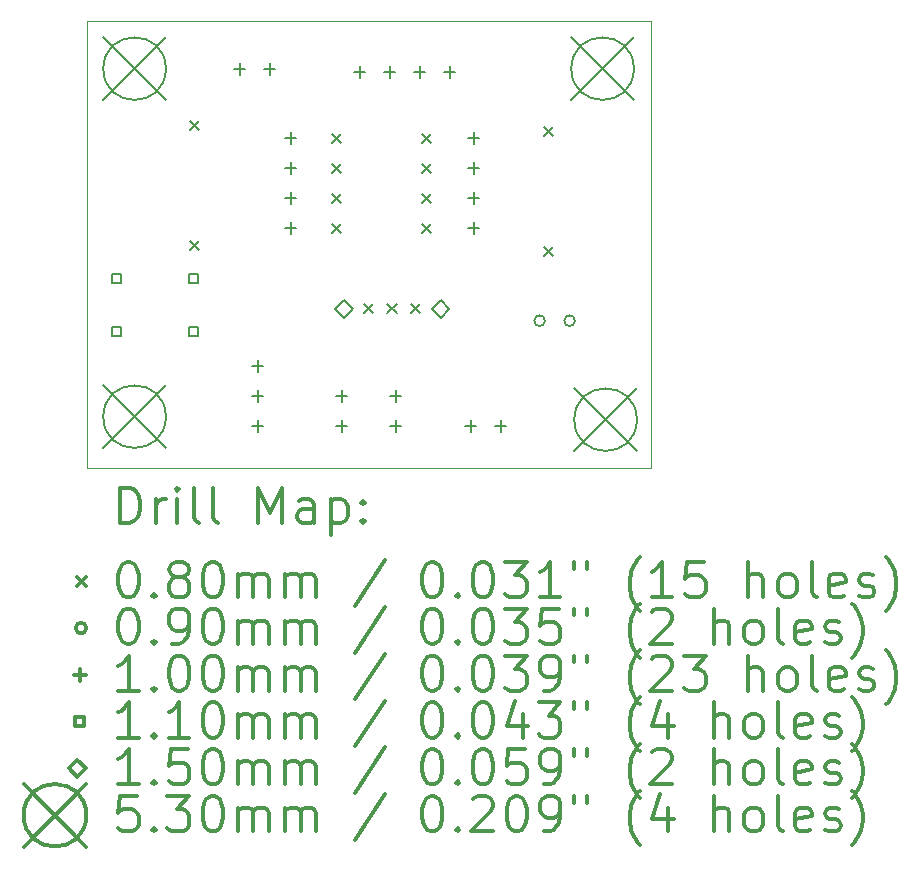
<source format=gbr>
%FSLAX45Y45*%
G04 Gerber Fmt 4.5, Leading zero omitted, Abs format (unit mm)*
G04 Created by KiCad (PCBNEW (5.1.6)-1) date 2020-12-09 22:38:34*
%MOMM*%
%LPD*%
G01*
G04 APERTURE LIST*
%TA.AperFunction,Profile*%
%ADD10C,0.050000*%
%TD*%
%ADD11C,0.200000*%
%ADD12C,0.300000*%
G04 APERTURE END LIST*
D10*
X4775200Y0D02*
X0Y0D01*
X4775200Y3784600D02*
X4775200Y0D01*
X0Y3784600D02*
X4775200Y3784600D01*
X0Y0D02*
X0Y3784600D01*
D11*
X2074800Y2826200D02*
X2154800Y2746200D01*
X2154800Y2826200D02*
X2074800Y2746200D01*
X2074800Y2572200D02*
X2154800Y2492200D01*
X2154800Y2572200D02*
X2074800Y2492200D01*
X2074800Y2318200D02*
X2154800Y2238200D01*
X2154800Y2318200D02*
X2074800Y2238200D01*
X2074800Y2064200D02*
X2154800Y1984200D01*
X2154800Y2064200D02*
X2074800Y1984200D01*
X2836800Y2826200D02*
X2916800Y2746200D01*
X2916800Y2826200D02*
X2836800Y2746200D01*
X2836800Y2572200D02*
X2916800Y2492200D01*
X2916800Y2572200D02*
X2836800Y2492200D01*
X2836800Y2318200D02*
X2916800Y2238200D01*
X2916800Y2318200D02*
X2836800Y2238200D01*
X2836800Y2064200D02*
X2916800Y1984200D01*
X2916800Y2064200D02*
X2836800Y1984200D01*
X3871600Y2884800D02*
X3951600Y2804800D01*
X3951600Y2884800D02*
X3871600Y2804800D01*
X3871600Y1868800D02*
X3951600Y1788800D01*
X3951600Y1868800D02*
X3871600Y1788800D01*
X874400Y2935600D02*
X954400Y2855600D01*
X954400Y2935600D02*
X874400Y2855600D01*
X874400Y1919600D02*
X954400Y1839600D01*
X954400Y1919600D02*
X874400Y1839600D01*
X2347200Y1386200D02*
X2427200Y1306200D01*
X2427200Y1386200D02*
X2347200Y1306200D01*
X2547200Y1386200D02*
X2627200Y1306200D01*
X2627200Y1386200D02*
X2547200Y1306200D01*
X2747200Y1386200D02*
X2827200Y1306200D01*
X2827200Y1386200D02*
X2747200Y1306200D01*
X3880400Y1244600D02*
G75*
G03*
X3880400Y1244600I-45000J0D01*
G01*
X4134400Y1244600D02*
G75*
G03*
X4134400Y1244600I-45000J0D01*
G01*
X2616200Y659600D02*
X2616200Y559600D01*
X2566200Y609600D02*
X2666200Y609600D01*
X2616200Y405600D02*
X2616200Y305600D01*
X2566200Y355600D02*
X2666200Y355600D01*
X1447800Y913600D02*
X1447800Y813600D01*
X1397800Y863600D02*
X1497800Y863600D01*
X1447800Y659600D02*
X1447800Y559600D01*
X1397800Y609600D02*
X1497800Y609600D01*
X1447800Y405600D02*
X1447800Y305600D01*
X1397800Y355600D02*
X1497800Y355600D01*
X3251200Y405600D02*
X3251200Y305600D01*
X3201200Y355600D02*
X3301200Y355600D01*
X3505200Y405600D02*
X3505200Y305600D01*
X3455200Y355600D02*
X3555200Y355600D01*
X1295400Y3428200D02*
X1295400Y3328200D01*
X1245400Y3378200D02*
X1345400Y3378200D01*
X1549400Y3428200D02*
X1549400Y3328200D01*
X1499400Y3378200D02*
X1599400Y3378200D01*
X2311400Y3402800D02*
X2311400Y3302800D01*
X2261400Y3352800D02*
X2361400Y3352800D01*
X2565400Y3402800D02*
X2565400Y3302800D01*
X2515400Y3352800D02*
X2615400Y3352800D01*
X2819400Y3402800D02*
X2819400Y3302800D01*
X2769400Y3352800D02*
X2869400Y3352800D01*
X3073400Y3402800D02*
X3073400Y3302800D01*
X3023400Y3352800D02*
X3123400Y3352800D01*
X3276600Y2844000D02*
X3276600Y2744000D01*
X3226600Y2794000D02*
X3326600Y2794000D01*
X3276600Y2590000D02*
X3276600Y2490000D01*
X3226600Y2540000D02*
X3326600Y2540000D01*
X3276600Y2336000D02*
X3276600Y2236000D01*
X3226600Y2286000D02*
X3326600Y2286000D01*
X3276600Y2082000D02*
X3276600Y1982000D01*
X3226600Y2032000D02*
X3326600Y2032000D01*
X1727200Y2844000D02*
X1727200Y2744000D01*
X1677200Y2794000D02*
X1777200Y2794000D01*
X1727200Y2590000D02*
X1727200Y2490000D01*
X1677200Y2540000D02*
X1777200Y2540000D01*
X1727200Y2336000D02*
X1727200Y2236000D01*
X1677200Y2286000D02*
X1777200Y2286000D01*
X1727200Y2082000D02*
X1727200Y1982000D01*
X1677200Y2032000D02*
X1777200Y2032000D01*
X2159000Y659600D02*
X2159000Y559600D01*
X2109000Y609600D02*
X2209000Y609600D01*
X2159000Y405600D02*
X2159000Y305600D01*
X2109000Y355600D02*
X2209000Y355600D01*
X292891Y1561309D02*
X292891Y1639091D01*
X215109Y1639091D01*
X215109Y1561309D01*
X292891Y1561309D01*
X292891Y1111309D02*
X292891Y1189091D01*
X215109Y1189091D01*
X215109Y1111309D01*
X292891Y1111309D01*
X942891Y1561309D02*
X942891Y1639091D01*
X865109Y1639091D01*
X865109Y1561309D01*
X942891Y1561309D01*
X942891Y1111309D02*
X942891Y1189091D01*
X865109Y1189091D01*
X865109Y1111309D01*
X942891Y1111309D01*
X2177200Y1271200D02*
X2252200Y1346200D01*
X2177200Y1421200D01*
X2102200Y1346200D01*
X2177200Y1271200D01*
X2997200Y1271200D02*
X3072200Y1346200D01*
X2997200Y1421200D01*
X2922200Y1346200D01*
X2997200Y1271200D01*
X141400Y696800D02*
X671400Y166800D01*
X671400Y696800D02*
X141400Y166800D01*
X671400Y431800D02*
G75*
G03*
X671400Y431800I-265000J0D01*
G01*
X4103800Y3643200D02*
X4633800Y3113200D01*
X4633800Y3643200D02*
X4103800Y3113200D01*
X4633800Y3378200D02*
G75*
G03*
X4633800Y3378200I-265000J0D01*
G01*
X4129200Y671400D02*
X4659200Y141400D01*
X4659200Y671400D02*
X4129200Y141400D01*
X4659200Y406400D02*
G75*
G03*
X4659200Y406400I-265000J0D01*
G01*
X141400Y3643200D02*
X671400Y3113200D01*
X671400Y3643200D02*
X141400Y3113200D01*
X671400Y3378200D02*
G75*
G03*
X671400Y3378200I-265000J0D01*
G01*
D12*
X283928Y-468214D02*
X283928Y-168214D01*
X355357Y-168214D01*
X398214Y-182500D01*
X426786Y-211071D01*
X441071Y-239643D01*
X455357Y-296786D01*
X455357Y-339643D01*
X441071Y-396786D01*
X426786Y-425357D01*
X398214Y-453929D01*
X355357Y-468214D01*
X283928Y-468214D01*
X583928Y-468214D02*
X583928Y-268214D01*
X583928Y-325357D02*
X598214Y-296786D01*
X612500Y-282500D01*
X641071Y-268214D01*
X669643Y-268214D01*
X769643Y-468214D02*
X769643Y-268214D01*
X769643Y-168214D02*
X755357Y-182500D01*
X769643Y-196786D01*
X783928Y-182500D01*
X769643Y-168214D01*
X769643Y-196786D01*
X955357Y-468214D02*
X926786Y-453929D01*
X912500Y-425357D01*
X912500Y-168214D01*
X1112500Y-468214D02*
X1083928Y-453929D01*
X1069643Y-425357D01*
X1069643Y-168214D01*
X1455357Y-468214D02*
X1455357Y-168214D01*
X1555357Y-382500D01*
X1655357Y-168214D01*
X1655357Y-468214D01*
X1926786Y-468214D02*
X1926786Y-311072D01*
X1912500Y-282500D01*
X1883928Y-268214D01*
X1826786Y-268214D01*
X1798214Y-282500D01*
X1926786Y-453929D02*
X1898214Y-468214D01*
X1826786Y-468214D01*
X1798214Y-453929D01*
X1783928Y-425357D01*
X1783928Y-396786D01*
X1798214Y-368214D01*
X1826786Y-353929D01*
X1898214Y-353929D01*
X1926786Y-339643D01*
X2069643Y-268214D02*
X2069643Y-568214D01*
X2069643Y-282500D02*
X2098214Y-268214D01*
X2155357Y-268214D01*
X2183928Y-282500D01*
X2198214Y-296786D01*
X2212500Y-325357D01*
X2212500Y-411071D01*
X2198214Y-439643D01*
X2183928Y-453929D01*
X2155357Y-468214D01*
X2098214Y-468214D01*
X2069643Y-453929D01*
X2341071Y-439643D02*
X2355357Y-453929D01*
X2341071Y-468214D01*
X2326786Y-453929D01*
X2341071Y-439643D01*
X2341071Y-468214D01*
X2341071Y-282500D02*
X2355357Y-296786D01*
X2341071Y-311072D01*
X2326786Y-296786D01*
X2341071Y-282500D01*
X2341071Y-311072D01*
X-82500Y-922500D02*
X-2500Y-1002500D01*
X-2500Y-922500D02*
X-82500Y-1002500D01*
X341071Y-798214D02*
X369643Y-798214D01*
X398214Y-812500D01*
X412500Y-826786D01*
X426786Y-855357D01*
X441071Y-912500D01*
X441071Y-983929D01*
X426786Y-1041071D01*
X412500Y-1069643D01*
X398214Y-1083929D01*
X369643Y-1098214D01*
X341071Y-1098214D01*
X312500Y-1083929D01*
X298214Y-1069643D01*
X283928Y-1041071D01*
X269643Y-983929D01*
X269643Y-912500D01*
X283928Y-855357D01*
X298214Y-826786D01*
X312500Y-812500D01*
X341071Y-798214D01*
X569643Y-1069643D02*
X583928Y-1083929D01*
X569643Y-1098214D01*
X555357Y-1083929D01*
X569643Y-1069643D01*
X569643Y-1098214D01*
X755357Y-926786D02*
X726786Y-912500D01*
X712500Y-898214D01*
X698214Y-869643D01*
X698214Y-855357D01*
X712500Y-826786D01*
X726786Y-812500D01*
X755357Y-798214D01*
X812500Y-798214D01*
X841071Y-812500D01*
X855357Y-826786D01*
X869643Y-855357D01*
X869643Y-869643D01*
X855357Y-898214D01*
X841071Y-912500D01*
X812500Y-926786D01*
X755357Y-926786D01*
X726786Y-941071D01*
X712500Y-955357D01*
X698214Y-983929D01*
X698214Y-1041071D01*
X712500Y-1069643D01*
X726786Y-1083929D01*
X755357Y-1098214D01*
X812500Y-1098214D01*
X841071Y-1083929D01*
X855357Y-1069643D01*
X869643Y-1041071D01*
X869643Y-983929D01*
X855357Y-955357D01*
X841071Y-941071D01*
X812500Y-926786D01*
X1055357Y-798214D02*
X1083928Y-798214D01*
X1112500Y-812500D01*
X1126786Y-826786D01*
X1141071Y-855357D01*
X1155357Y-912500D01*
X1155357Y-983929D01*
X1141071Y-1041071D01*
X1126786Y-1069643D01*
X1112500Y-1083929D01*
X1083928Y-1098214D01*
X1055357Y-1098214D01*
X1026786Y-1083929D01*
X1012500Y-1069643D01*
X998214Y-1041071D01*
X983928Y-983929D01*
X983928Y-912500D01*
X998214Y-855357D01*
X1012500Y-826786D01*
X1026786Y-812500D01*
X1055357Y-798214D01*
X1283928Y-1098214D02*
X1283928Y-898214D01*
X1283928Y-926786D02*
X1298214Y-912500D01*
X1326786Y-898214D01*
X1369643Y-898214D01*
X1398214Y-912500D01*
X1412500Y-941071D01*
X1412500Y-1098214D01*
X1412500Y-941071D02*
X1426786Y-912500D01*
X1455357Y-898214D01*
X1498214Y-898214D01*
X1526786Y-912500D01*
X1541071Y-941071D01*
X1541071Y-1098214D01*
X1683928Y-1098214D02*
X1683928Y-898214D01*
X1683928Y-926786D02*
X1698214Y-912500D01*
X1726786Y-898214D01*
X1769643Y-898214D01*
X1798214Y-912500D01*
X1812500Y-941071D01*
X1812500Y-1098214D01*
X1812500Y-941071D02*
X1826786Y-912500D01*
X1855357Y-898214D01*
X1898214Y-898214D01*
X1926786Y-912500D01*
X1941071Y-941071D01*
X1941071Y-1098214D01*
X2526786Y-783929D02*
X2269643Y-1169643D01*
X2912500Y-798214D02*
X2941071Y-798214D01*
X2969643Y-812500D01*
X2983928Y-826786D01*
X2998214Y-855357D01*
X3012500Y-912500D01*
X3012500Y-983929D01*
X2998214Y-1041071D01*
X2983928Y-1069643D01*
X2969643Y-1083929D01*
X2941071Y-1098214D01*
X2912500Y-1098214D01*
X2883928Y-1083929D01*
X2869643Y-1069643D01*
X2855357Y-1041071D01*
X2841071Y-983929D01*
X2841071Y-912500D01*
X2855357Y-855357D01*
X2869643Y-826786D01*
X2883928Y-812500D01*
X2912500Y-798214D01*
X3141071Y-1069643D02*
X3155357Y-1083929D01*
X3141071Y-1098214D01*
X3126786Y-1083929D01*
X3141071Y-1069643D01*
X3141071Y-1098214D01*
X3341071Y-798214D02*
X3369643Y-798214D01*
X3398214Y-812500D01*
X3412500Y-826786D01*
X3426786Y-855357D01*
X3441071Y-912500D01*
X3441071Y-983929D01*
X3426786Y-1041071D01*
X3412500Y-1069643D01*
X3398214Y-1083929D01*
X3369643Y-1098214D01*
X3341071Y-1098214D01*
X3312500Y-1083929D01*
X3298214Y-1069643D01*
X3283928Y-1041071D01*
X3269643Y-983929D01*
X3269643Y-912500D01*
X3283928Y-855357D01*
X3298214Y-826786D01*
X3312500Y-812500D01*
X3341071Y-798214D01*
X3541071Y-798214D02*
X3726786Y-798214D01*
X3626786Y-912500D01*
X3669643Y-912500D01*
X3698214Y-926786D01*
X3712500Y-941071D01*
X3726786Y-969643D01*
X3726786Y-1041071D01*
X3712500Y-1069643D01*
X3698214Y-1083929D01*
X3669643Y-1098214D01*
X3583928Y-1098214D01*
X3555357Y-1083929D01*
X3541071Y-1069643D01*
X4012500Y-1098214D02*
X3841071Y-1098214D01*
X3926786Y-1098214D02*
X3926786Y-798214D01*
X3898214Y-841071D01*
X3869643Y-869643D01*
X3841071Y-883929D01*
X4126786Y-798214D02*
X4126786Y-855357D01*
X4241071Y-798214D02*
X4241071Y-855357D01*
X4683928Y-1212500D02*
X4669643Y-1198214D01*
X4641071Y-1155357D01*
X4626786Y-1126786D01*
X4612500Y-1083929D01*
X4598214Y-1012500D01*
X4598214Y-955357D01*
X4612500Y-883929D01*
X4626786Y-841071D01*
X4641071Y-812500D01*
X4669643Y-769643D01*
X4683928Y-755357D01*
X4955357Y-1098214D02*
X4783928Y-1098214D01*
X4869643Y-1098214D02*
X4869643Y-798214D01*
X4841071Y-841071D01*
X4812500Y-869643D01*
X4783928Y-883929D01*
X5226786Y-798214D02*
X5083928Y-798214D01*
X5069643Y-941071D01*
X5083928Y-926786D01*
X5112500Y-912500D01*
X5183928Y-912500D01*
X5212500Y-926786D01*
X5226786Y-941071D01*
X5241071Y-969643D01*
X5241071Y-1041071D01*
X5226786Y-1069643D01*
X5212500Y-1083929D01*
X5183928Y-1098214D01*
X5112500Y-1098214D01*
X5083928Y-1083929D01*
X5069643Y-1069643D01*
X5598214Y-1098214D02*
X5598214Y-798214D01*
X5726786Y-1098214D02*
X5726786Y-941071D01*
X5712500Y-912500D01*
X5683928Y-898214D01*
X5641071Y-898214D01*
X5612500Y-912500D01*
X5598214Y-926786D01*
X5912500Y-1098214D02*
X5883928Y-1083929D01*
X5869643Y-1069643D01*
X5855357Y-1041071D01*
X5855357Y-955357D01*
X5869643Y-926786D01*
X5883928Y-912500D01*
X5912500Y-898214D01*
X5955357Y-898214D01*
X5983928Y-912500D01*
X5998214Y-926786D01*
X6012500Y-955357D01*
X6012500Y-1041071D01*
X5998214Y-1069643D01*
X5983928Y-1083929D01*
X5955357Y-1098214D01*
X5912500Y-1098214D01*
X6183928Y-1098214D02*
X6155357Y-1083929D01*
X6141071Y-1055357D01*
X6141071Y-798214D01*
X6412500Y-1083929D02*
X6383928Y-1098214D01*
X6326786Y-1098214D01*
X6298214Y-1083929D01*
X6283928Y-1055357D01*
X6283928Y-941071D01*
X6298214Y-912500D01*
X6326786Y-898214D01*
X6383928Y-898214D01*
X6412500Y-912500D01*
X6426786Y-941071D01*
X6426786Y-969643D01*
X6283928Y-998214D01*
X6541071Y-1083929D02*
X6569643Y-1098214D01*
X6626786Y-1098214D01*
X6655357Y-1083929D01*
X6669643Y-1055357D01*
X6669643Y-1041071D01*
X6655357Y-1012500D01*
X6626786Y-998214D01*
X6583928Y-998214D01*
X6555357Y-983929D01*
X6541071Y-955357D01*
X6541071Y-941071D01*
X6555357Y-912500D01*
X6583928Y-898214D01*
X6626786Y-898214D01*
X6655357Y-912500D01*
X6769643Y-1212500D02*
X6783928Y-1198214D01*
X6812500Y-1155357D01*
X6826786Y-1126786D01*
X6841071Y-1083929D01*
X6855357Y-1012500D01*
X6855357Y-955357D01*
X6841071Y-883929D01*
X6826786Y-841071D01*
X6812500Y-812500D01*
X6783928Y-769643D01*
X6769643Y-755357D01*
X-2500Y-1358500D02*
G75*
G03*
X-2500Y-1358500I-45000J0D01*
G01*
X341071Y-1194214D02*
X369643Y-1194214D01*
X398214Y-1208500D01*
X412500Y-1222786D01*
X426786Y-1251357D01*
X441071Y-1308500D01*
X441071Y-1379929D01*
X426786Y-1437071D01*
X412500Y-1465643D01*
X398214Y-1479929D01*
X369643Y-1494214D01*
X341071Y-1494214D01*
X312500Y-1479929D01*
X298214Y-1465643D01*
X283928Y-1437071D01*
X269643Y-1379929D01*
X269643Y-1308500D01*
X283928Y-1251357D01*
X298214Y-1222786D01*
X312500Y-1208500D01*
X341071Y-1194214D01*
X569643Y-1465643D02*
X583928Y-1479929D01*
X569643Y-1494214D01*
X555357Y-1479929D01*
X569643Y-1465643D01*
X569643Y-1494214D01*
X726786Y-1494214D02*
X783928Y-1494214D01*
X812500Y-1479929D01*
X826786Y-1465643D01*
X855357Y-1422786D01*
X869643Y-1365643D01*
X869643Y-1251357D01*
X855357Y-1222786D01*
X841071Y-1208500D01*
X812500Y-1194214D01*
X755357Y-1194214D01*
X726786Y-1208500D01*
X712500Y-1222786D01*
X698214Y-1251357D01*
X698214Y-1322786D01*
X712500Y-1351357D01*
X726786Y-1365643D01*
X755357Y-1379929D01*
X812500Y-1379929D01*
X841071Y-1365643D01*
X855357Y-1351357D01*
X869643Y-1322786D01*
X1055357Y-1194214D02*
X1083928Y-1194214D01*
X1112500Y-1208500D01*
X1126786Y-1222786D01*
X1141071Y-1251357D01*
X1155357Y-1308500D01*
X1155357Y-1379929D01*
X1141071Y-1437071D01*
X1126786Y-1465643D01*
X1112500Y-1479929D01*
X1083928Y-1494214D01*
X1055357Y-1494214D01*
X1026786Y-1479929D01*
X1012500Y-1465643D01*
X998214Y-1437071D01*
X983928Y-1379929D01*
X983928Y-1308500D01*
X998214Y-1251357D01*
X1012500Y-1222786D01*
X1026786Y-1208500D01*
X1055357Y-1194214D01*
X1283928Y-1494214D02*
X1283928Y-1294214D01*
X1283928Y-1322786D02*
X1298214Y-1308500D01*
X1326786Y-1294214D01*
X1369643Y-1294214D01*
X1398214Y-1308500D01*
X1412500Y-1337072D01*
X1412500Y-1494214D01*
X1412500Y-1337072D02*
X1426786Y-1308500D01*
X1455357Y-1294214D01*
X1498214Y-1294214D01*
X1526786Y-1308500D01*
X1541071Y-1337072D01*
X1541071Y-1494214D01*
X1683928Y-1494214D02*
X1683928Y-1294214D01*
X1683928Y-1322786D02*
X1698214Y-1308500D01*
X1726786Y-1294214D01*
X1769643Y-1294214D01*
X1798214Y-1308500D01*
X1812500Y-1337072D01*
X1812500Y-1494214D01*
X1812500Y-1337072D02*
X1826786Y-1308500D01*
X1855357Y-1294214D01*
X1898214Y-1294214D01*
X1926786Y-1308500D01*
X1941071Y-1337072D01*
X1941071Y-1494214D01*
X2526786Y-1179929D02*
X2269643Y-1565643D01*
X2912500Y-1194214D02*
X2941071Y-1194214D01*
X2969643Y-1208500D01*
X2983928Y-1222786D01*
X2998214Y-1251357D01*
X3012500Y-1308500D01*
X3012500Y-1379929D01*
X2998214Y-1437071D01*
X2983928Y-1465643D01*
X2969643Y-1479929D01*
X2941071Y-1494214D01*
X2912500Y-1494214D01*
X2883928Y-1479929D01*
X2869643Y-1465643D01*
X2855357Y-1437071D01*
X2841071Y-1379929D01*
X2841071Y-1308500D01*
X2855357Y-1251357D01*
X2869643Y-1222786D01*
X2883928Y-1208500D01*
X2912500Y-1194214D01*
X3141071Y-1465643D02*
X3155357Y-1479929D01*
X3141071Y-1494214D01*
X3126786Y-1479929D01*
X3141071Y-1465643D01*
X3141071Y-1494214D01*
X3341071Y-1194214D02*
X3369643Y-1194214D01*
X3398214Y-1208500D01*
X3412500Y-1222786D01*
X3426786Y-1251357D01*
X3441071Y-1308500D01*
X3441071Y-1379929D01*
X3426786Y-1437071D01*
X3412500Y-1465643D01*
X3398214Y-1479929D01*
X3369643Y-1494214D01*
X3341071Y-1494214D01*
X3312500Y-1479929D01*
X3298214Y-1465643D01*
X3283928Y-1437071D01*
X3269643Y-1379929D01*
X3269643Y-1308500D01*
X3283928Y-1251357D01*
X3298214Y-1222786D01*
X3312500Y-1208500D01*
X3341071Y-1194214D01*
X3541071Y-1194214D02*
X3726786Y-1194214D01*
X3626786Y-1308500D01*
X3669643Y-1308500D01*
X3698214Y-1322786D01*
X3712500Y-1337072D01*
X3726786Y-1365643D01*
X3726786Y-1437071D01*
X3712500Y-1465643D01*
X3698214Y-1479929D01*
X3669643Y-1494214D01*
X3583928Y-1494214D01*
X3555357Y-1479929D01*
X3541071Y-1465643D01*
X3998214Y-1194214D02*
X3855357Y-1194214D01*
X3841071Y-1337072D01*
X3855357Y-1322786D01*
X3883928Y-1308500D01*
X3955357Y-1308500D01*
X3983928Y-1322786D01*
X3998214Y-1337072D01*
X4012500Y-1365643D01*
X4012500Y-1437071D01*
X3998214Y-1465643D01*
X3983928Y-1479929D01*
X3955357Y-1494214D01*
X3883928Y-1494214D01*
X3855357Y-1479929D01*
X3841071Y-1465643D01*
X4126786Y-1194214D02*
X4126786Y-1251357D01*
X4241071Y-1194214D02*
X4241071Y-1251357D01*
X4683928Y-1608500D02*
X4669643Y-1594214D01*
X4641071Y-1551357D01*
X4626786Y-1522786D01*
X4612500Y-1479929D01*
X4598214Y-1408500D01*
X4598214Y-1351357D01*
X4612500Y-1279929D01*
X4626786Y-1237072D01*
X4641071Y-1208500D01*
X4669643Y-1165643D01*
X4683928Y-1151357D01*
X4783928Y-1222786D02*
X4798214Y-1208500D01*
X4826786Y-1194214D01*
X4898214Y-1194214D01*
X4926786Y-1208500D01*
X4941071Y-1222786D01*
X4955357Y-1251357D01*
X4955357Y-1279929D01*
X4941071Y-1322786D01*
X4769643Y-1494214D01*
X4955357Y-1494214D01*
X5312500Y-1494214D02*
X5312500Y-1194214D01*
X5441071Y-1494214D02*
X5441071Y-1337072D01*
X5426786Y-1308500D01*
X5398214Y-1294214D01*
X5355357Y-1294214D01*
X5326786Y-1308500D01*
X5312500Y-1322786D01*
X5626786Y-1494214D02*
X5598214Y-1479929D01*
X5583928Y-1465643D01*
X5569643Y-1437071D01*
X5569643Y-1351357D01*
X5583928Y-1322786D01*
X5598214Y-1308500D01*
X5626786Y-1294214D01*
X5669643Y-1294214D01*
X5698214Y-1308500D01*
X5712500Y-1322786D01*
X5726786Y-1351357D01*
X5726786Y-1437071D01*
X5712500Y-1465643D01*
X5698214Y-1479929D01*
X5669643Y-1494214D01*
X5626786Y-1494214D01*
X5898214Y-1494214D02*
X5869643Y-1479929D01*
X5855357Y-1451357D01*
X5855357Y-1194214D01*
X6126786Y-1479929D02*
X6098214Y-1494214D01*
X6041071Y-1494214D01*
X6012500Y-1479929D01*
X5998214Y-1451357D01*
X5998214Y-1337072D01*
X6012500Y-1308500D01*
X6041071Y-1294214D01*
X6098214Y-1294214D01*
X6126786Y-1308500D01*
X6141071Y-1337072D01*
X6141071Y-1365643D01*
X5998214Y-1394214D01*
X6255357Y-1479929D02*
X6283928Y-1494214D01*
X6341071Y-1494214D01*
X6369643Y-1479929D01*
X6383928Y-1451357D01*
X6383928Y-1437071D01*
X6369643Y-1408500D01*
X6341071Y-1394214D01*
X6298214Y-1394214D01*
X6269643Y-1379929D01*
X6255357Y-1351357D01*
X6255357Y-1337072D01*
X6269643Y-1308500D01*
X6298214Y-1294214D01*
X6341071Y-1294214D01*
X6369643Y-1308500D01*
X6483928Y-1608500D02*
X6498214Y-1594214D01*
X6526786Y-1551357D01*
X6541071Y-1522786D01*
X6555357Y-1479929D01*
X6569643Y-1408500D01*
X6569643Y-1351357D01*
X6555357Y-1279929D01*
X6541071Y-1237072D01*
X6526786Y-1208500D01*
X6498214Y-1165643D01*
X6483928Y-1151357D01*
X-52500Y-1704500D02*
X-52500Y-1804500D01*
X-102500Y-1754500D02*
X-2500Y-1754500D01*
X441071Y-1890214D02*
X269643Y-1890214D01*
X355357Y-1890214D02*
X355357Y-1590214D01*
X326786Y-1633071D01*
X298214Y-1661643D01*
X269643Y-1675929D01*
X569643Y-1861643D02*
X583928Y-1875929D01*
X569643Y-1890214D01*
X555357Y-1875929D01*
X569643Y-1861643D01*
X569643Y-1890214D01*
X769643Y-1590214D02*
X798214Y-1590214D01*
X826786Y-1604500D01*
X841071Y-1618786D01*
X855357Y-1647357D01*
X869643Y-1704500D01*
X869643Y-1775929D01*
X855357Y-1833071D01*
X841071Y-1861643D01*
X826786Y-1875929D01*
X798214Y-1890214D01*
X769643Y-1890214D01*
X741071Y-1875929D01*
X726786Y-1861643D01*
X712500Y-1833071D01*
X698214Y-1775929D01*
X698214Y-1704500D01*
X712500Y-1647357D01*
X726786Y-1618786D01*
X741071Y-1604500D01*
X769643Y-1590214D01*
X1055357Y-1590214D02*
X1083928Y-1590214D01*
X1112500Y-1604500D01*
X1126786Y-1618786D01*
X1141071Y-1647357D01*
X1155357Y-1704500D01*
X1155357Y-1775929D01*
X1141071Y-1833071D01*
X1126786Y-1861643D01*
X1112500Y-1875929D01*
X1083928Y-1890214D01*
X1055357Y-1890214D01*
X1026786Y-1875929D01*
X1012500Y-1861643D01*
X998214Y-1833071D01*
X983928Y-1775929D01*
X983928Y-1704500D01*
X998214Y-1647357D01*
X1012500Y-1618786D01*
X1026786Y-1604500D01*
X1055357Y-1590214D01*
X1283928Y-1890214D02*
X1283928Y-1690214D01*
X1283928Y-1718786D02*
X1298214Y-1704500D01*
X1326786Y-1690214D01*
X1369643Y-1690214D01*
X1398214Y-1704500D01*
X1412500Y-1733071D01*
X1412500Y-1890214D01*
X1412500Y-1733071D02*
X1426786Y-1704500D01*
X1455357Y-1690214D01*
X1498214Y-1690214D01*
X1526786Y-1704500D01*
X1541071Y-1733071D01*
X1541071Y-1890214D01*
X1683928Y-1890214D02*
X1683928Y-1690214D01*
X1683928Y-1718786D02*
X1698214Y-1704500D01*
X1726786Y-1690214D01*
X1769643Y-1690214D01*
X1798214Y-1704500D01*
X1812500Y-1733071D01*
X1812500Y-1890214D01*
X1812500Y-1733071D02*
X1826786Y-1704500D01*
X1855357Y-1690214D01*
X1898214Y-1690214D01*
X1926786Y-1704500D01*
X1941071Y-1733071D01*
X1941071Y-1890214D01*
X2526786Y-1575929D02*
X2269643Y-1961643D01*
X2912500Y-1590214D02*
X2941071Y-1590214D01*
X2969643Y-1604500D01*
X2983928Y-1618786D01*
X2998214Y-1647357D01*
X3012500Y-1704500D01*
X3012500Y-1775929D01*
X2998214Y-1833071D01*
X2983928Y-1861643D01*
X2969643Y-1875929D01*
X2941071Y-1890214D01*
X2912500Y-1890214D01*
X2883928Y-1875929D01*
X2869643Y-1861643D01*
X2855357Y-1833071D01*
X2841071Y-1775929D01*
X2841071Y-1704500D01*
X2855357Y-1647357D01*
X2869643Y-1618786D01*
X2883928Y-1604500D01*
X2912500Y-1590214D01*
X3141071Y-1861643D02*
X3155357Y-1875929D01*
X3141071Y-1890214D01*
X3126786Y-1875929D01*
X3141071Y-1861643D01*
X3141071Y-1890214D01*
X3341071Y-1590214D02*
X3369643Y-1590214D01*
X3398214Y-1604500D01*
X3412500Y-1618786D01*
X3426786Y-1647357D01*
X3441071Y-1704500D01*
X3441071Y-1775929D01*
X3426786Y-1833071D01*
X3412500Y-1861643D01*
X3398214Y-1875929D01*
X3369643Y-1890214D01*
X3341071Y-1890214D01*
X3312500Y-1875929D01*
X3298214Y-1861643D01*
X3283928Y-1833071D01*
X3269643Y-1775929D01*
X3269643Y-1704500D01*
X3283928Y-1647357D01*
X3298214Y-1618786D01*
X3312500Y-1604500D01*
X3341071Y-1590214D01*
X3541071Y-1590214D02*
X3726786Y-1590214D01*
X3626786Y-1704500D01*
X3669643Y-1704500D01*
X3698214Y-1718786D01*
X3712500Y-1733071D01*
X3726786Y-1761643D01*
X3726786Y-1833071D01*
X3712500Y-1861643D01*
X3698214Y-1875929D01*
X3669643Y-1890214D01*
X3583928Y-1890214D01*
X3555357Y-1875929D01*
X3541071Y-1861643D01*
X3869643Y-1890214D02*
X3926786Y-1890214D01*
X3955357Y-1875929D01*
X3969643Y-1861643D01*
X3998214Y-1818786D01*
X4012500Y-1761643D01*
X4012500Y-1647357D01*
X3998214Y-1618786D01*
X3983928Y-1604500D01*
X3955357Y-1590214D01*
X3898214Y-1590214D01*
X3869643Y-1604500D01*
X3855357Y-1618786D01*
X3841071Y-1647357D01*
X3841071Y-1718786D01*
X3855357Y-1747357D01*
X3869643Y-1761643D01*
X3898214Y-1775929D01*
X3955357Y-1775929D01*
X3983928Y-1761643D01*
X3998214Y-1747357D01*
X4012500Y-1718786D01*
X4126786Y-1590214D02*
X4126786Y-1647357D01*
X4241071Y-1590214D02*
X4241071Y-1647357D01*
X4683928Y-2004500D02*
X4669643Y-1990214D01*
X4641071Y-1947357D01*
X4626786Y-1918786D01*
X4612500Y-1875929D01*
X4598214Y-1804500D01*
X4598214Y-1747357D01*
X4612500Y-1675929D01*
X4626786Y-1633071D01*
X4641071Y-1604500D01*
X4669643Y-1561643D01*
X4683928Y-1547357D01*
X4783928Y-1618786D02*
X4798214Y-1604500D01*
X4826786Y-1590214D01*
X4898214Y-1590214D01*
X4926786Y-1604500D01*
X4941071Y-1618786D01*
X4955357Y-1647357D01*
X4955357Y-1675929D01*
X4941071Y-1718786D01*
X4769643Y-1890214D01*
X4955357Y-1890214D01*
X5055357Y-1590214D02*
X5241071Y-1590214D01*
X5141071Y-1704500D01*
X5183928Y-1704500D01*
X5212500Y-1718786D01*
X5226786Y-1733071D01*
X5241071Y-1761643D01*
X5241071Y-1833071D01*
X5226786Y-1861643D01*
X5212500Y-1875929D01*
X5183928Y-1890214D01*
X5098214Y-1890214D01*
X5069643Y-1875929D01*
X5055357Y-1861643D01*
X5598214Y-1890214D02*
X5598214Y-1590214D01*
X5726786Y-1890214D02*
X5726786Y-1733071D01*
X5712500Y-1704500D01*
X5683928Y-1690214D01*
X5641071Y-1690214D01*
X5612500Y-1704500D01*
X5598214Y-1718786D01*
X5912500Y-1890214D02*
X5883928Y-1875929D01*
X5869643Y-1861643D01*
X5855357Y-1833071D01*
X5855357Y-1747357D01*
X5869643Y-1718786D01*
X5883928Y-1704500D01*
X5912500Y-1690214D01*
X5955357Y-1690214D01*
X5983928Y-1704500D01*
X5998214Y-1718786D01*
X6012500Y-1747357D01*
X6012500Y-1833071D01*
X5998214Y-1861643D01*
X5983928Y-1875929D01*
X5955357Y-1890214D01*
X5912500Y-1890214D01*
X6183928Y-1890214D02*
X6155357Y-1875929D01*
X6141071Y-1847357D01*
X6141071Y-1590214D01*
X6412500Y-1875929D02*
X6383928Y-1890214D01*
X6326786Y-1890214D01*
X6298214Y-1875929D01*
X6283928Y-1847357D01*
X6283928Y-1733071D01*
X6298214Y-1704500D01*
X6326786Y-1690214D01*
X6383928Y-1690214D01*
X6412500Y-1704500D01*
X6426786Y-1733071D01*
X6426786Y-1761643D01*
X6283928Y-1790214D01*
X6541071Y-1875929D02*
X6569643Y-1890214D01*
X6626786Y-1890214D01*
X6655357Y-1875929D01*
X6669643Y-1847357D01*
X6669643Y-1833071D01*
X6655357Y-1804500D01*
X6626786Y-1790214D01*
X6583928Y-1790214D01*
X6555357Y-1775929D01*
X6541071Y-1747357D01*
X6541071Y-1733071D01*
X6555357Y-1704500D01*
X6583928Y-1690214D01*
X6626786Y-1690214D01*
X6655357Y-1704500D01*
X6769643Y-2004500D02*
X6783928Y-1990214D01*
X6812500Y-1947357D01*
X6826786Y-1918786D01*
X6841071Y-1875929D01*
X6855357Y-1804500D01*
X6855357Y-1747357D01*
X6841071Y-1675929D01*
X6826786Y-1633071D01*
X6812500Y-1604500D01*
X6783928Y-1561643D01*
X6769643Y-1547357D01*
X-18609Y-2189391D02*
X-18609Y-2111609D01*
X-96391Y-2111609D01*
X-96391Y-2189391D01*
X-18609Y-2189391D01*
X441071Y-2286214D02*
X269643Y-2286214D01*
X355357Y-2286214D02*
X355357Y-1986214D01*
X326786Y-2029071D01*
X298214Y-2057643D01*
X269643Y-2071929D01*
X569643Y-2257643D02*
X583928Y-2271929D01*
X569643Y-2286214D01*
X555357Y-2271929D01*
X569643Y-2257643D01*
X569643Y-2286214D01*
X869643Y-2286214D02*
X698214Y-2286214D01*
X783928Y-2286214D02*
X783928Y-1986214D01*
X755357Y-2029071D01*
X726786Y-2057643D01*
X698214Y-2071929D01*
X1055357Y-1986214D02*
X1083928Y-1986214D01*
X1112500Y-2000500D01*
X1126786Y-2014786D01*
X1141071Y-2043357D01*
X1155357Y-2100500D01*
X1155357Y-2171929D01*
X1141071Y-2229072D01*
X1126786Y-2257643D01*
X1112500Y-2271929D01*
X1083928Y-2286214D01*
X1055357Y-2286214D01*
X1026786Y-2271929D01*
X1012500Y-2257643D01*
X998214Y-2229072D01*
X983928Y-2171929D01*
X983928Y-2100500D01*
X998214Y-2043357D01*
X1012500Y-2014786D01*
X1026786Y-2000500D01*
X1055357Y-1986214D01*
X1283928Y-2286214D02*
X1283928Y-2086214D01*
X1283928Y-2114786D02*
X1298214Y-2100500D01*
X1326786Y-2086214D01*
X1369643Y-2086214D01*
X1398214Y-2100500D01*
X1412500Y-2129072D01*
X1412500Y-2286214D01*
X1412500Y-2129072D02*
X1426786Y-2100500D01*
X1455357Y-2086214D01*
X1498214Y-2086214D01*
X1526786Y-2100500D01*
X1541071Y-2129072D01*
X1541071Y-2286214D01*
X1683928Y-2286214D02*
X1683928Y-2086214D01*
X1683928Y-2114786D02*
X1698214Y-2100500D01*
X1726786Y-2086214D01*
X1769643Y-2086214D01*
X1798214Y-2100500D01*
X1812500Y-2129072D01*
X1812500Y-2286214D01*
X1812500Y-2129072D02*
X1826786Y-2100500D01*
X1855357Y-2086214D01*
X1898214Y-2086214D01*
X1926786Y-2100500D01*
X1941071Y-2129072D01*
X1941071Y-2286214D01*
X2526786Y-1971929D02*
X2269643Y-2357643D01*
X2912500Y-1986214D02*
X2941071Y-1986214D01*
X2969643Y-2000500D01*
X2983928Y-2014786D01*
X2998214Y-2043357D01*
X3012500Y-2100500D01*
X3012500Y-2171929D01*
X2998214Y-2229072D01*
X2983928Y-2257643D01*
X2969643Y-2271929D01*
X2941071Y-2286214D01*
X2912500Y-2286214D01*
X2883928Y-2271929D01*
X2869643Y-2257643D01*
X2855357Y-2229072D01*
X2841071Y-2171929D01*
X2841071Y-2100500D01*
X2855357Y-2043357D01*
X2869643Y-2014786D01*
X2883928Y-2000500D01*
X2912500Y-1986214D01*
X3141071Y-2257643D02*
X3155357Y-2271929D01*
X3141071Y-2286214D01*
X3126786Y-2271929D01*
X3141071Y-2257643D01*
X3141071Y-2286214D01*
X3341071Y-1986214D02*
X3369643Y-1986214D01*
X3398214Y-2000500D01*
X3412500Y-2014786D01*
X3426786Y-2043357D01*
X3441071Y-2100500D01*
X3441071Y-2171929D01*
X3426786Y-2229072D01*
X3412500Y-2257643D01*
X3398214Y-2271929D01*
X3369643Y-2286214D01*
X3341071Y-2286214D01*
X3312500Y-2271929D01*
X3298214Y-2257643D01*
X3283928Y-2229072D01*
X3269643Y-2171929D01*
X3269643Y-2100500D01*
X3283928Y-2043357D01*
X3298214Y-2014786D01*
X3312500Y-2000500D01*
X3341071Y-1986214D01*
X3698214Y-2086214D02*
X3698214Y-2286214D01*
X3626786Y-1971929D02*
X3555357Y-2186214D01*
X3741071Y-2186214D01*
X3826786Y-1986214D02*
X4012500Y-1986214D01*
X3912500Y-2100500D01*
X3955357Y-2100500D01*
X3983928Y-2114786D01*
X3998214Y-2129072D01*
X4012500Y-2157643D01*
X4012500Y-2229072D01*
X3998214Y-2257643D01*
X3983928Y-2271929D01*
X3955357Y-2286214D01*
X3869643Y-2286214D01*
X3841071Y-2271929D01*
X3826786Y-2257643D01*
X4126786Y-1986214D02*
X4126786Y-2043357D01*
X4241071Y-1986214D02*
X4241071Y-2043357D01*
X4683928Y-2400500D02*
X4669643Y-2386214D01*
X4641071Y-2343357D01*
X4626786Y-2314786D01*
X4612500Y-2271929D01*
X4598214Y-2200500D01*
X4598214Y-2143357D01*
X4612500Y-2071929D01*
X4626786Y-2029071D01*
X4641071Y-2000500D01*
X4669643Y-1957643D01*
X4683928Y-1943357D01*
X4926786Y-2086214D02*
X4926786Y-2286214D01*
X4855357Y-1971929D02*
X4783928Y-2186214D01*
X4969643Y-2186214D01*
X5312500Y-2286214D02*
X5312500Y-1986214D01*
X5441071Y-2286214D02*
X5441071Y-2129072D01*
X5426786Y-2100500D01*
X5398214Y-2086214D01*
X5355357Y-2086214D01*
X5326786Y-2100500D01*
X5312500Y-2114786D01*
X5626786Y-2286214D02*
X5598214Y-2271929D01*
X5583928Y-2257643D01*
X5569643Y-2229072D01*
X5569643Y-2143357D01*
X5583928Y-2114786D01*
X5598214Y-2100500D01*
X5626786Y-2086214D01*
X5669643Y-2086214D01*
X5698214Y-2100500D01*
X5712500Y-2114786D01*
X5726786Y-2143357D01*
X5726786Y-2229072D01*
X5712500Y-2257643D01*
X5698214Y-2271929D01*
X5669643Y-2286214D01*
X5626786Y-2286214D01*
X5898214Y-2286214D02*
X5869643Y-2271929D01*
X5855357Y-2243357D01*
X5855357Y-1986214D01*
X6126786Y-2271929D02*
X6098214Y-2286214D01*
X6041071Y-2286214D01*
X6012500Y-2271929D01*
X5998214Y-2243357D01*
X5998214Y-2129072D01*
X6012500Y-2100500D01*
X6041071Y-2086214D01*
X6098214Y-2086214D01*
X6126786Y-2100500D01*
X6141071Y-2129072D01*
X6141071Y-2157643D01*
X5998214Y-2186214D01*
X6255357Y-2271929D02*
X6283928Y-2286214D01*
X6341071Y-2286214D01*
X6369643Y-2271929D01*
X6383928Y-2243357D01*
X6383928Y-2229072D01*
X6369643Y-2200500D01*
X6341071Y-2186214D01*
X6298214Y-2186214D01*
X6269643Y-2171929D01*
X6255357Y-2143357D01*
X6255357Y-2129072D01*
X6269643Y-2100500D01*
X6298214Y-2086214D01*
X6341071Y-2086214D01*
X6369643Y-2100500D01*
X6483928Y-2400500D02*
X6498214Y-2386214D01*
X6526786Y-2343357D01*
X6541071Y-2314786D01*
X6555357Y-2271929D01*
X6569643Y-2200500D01*
X6569643Y-2143357D01*
X6555357Y-2071929D01*
X6541071Y-2029071D01*
X6526786Y-2000500D01*
X6498214Y-1957643D01*
X6483928Y-1943357D01*
X-77500Y-2621500D02*
X-2500Y-2546500D01*
X-77500Y-2471500D01*
X-152500Y-2546500D01*
X-77500Y-2621500D01*
X441071Y-2682214D02*
X269643Y-2682214D01*
X355357Y-2682214D02*
X355357Y-2382214D01*
X326786Y-2425072D01*
X298214Y-2453643D01*
X269643Y-2467929D01*
X569643Y-2653643D02*
X583928Y-2667929D01*
X569643Y-2682214D01*
X555357Y-2667929D01*
X569643Y-2653643D01*
X569643Y-2682214D01*
X855357Y-2382214D02*
X712500Y-2382214D01*
X698214Y-2525072D01*
X712500Y-2510786D01*
X741071Y-2496500D01*
X812500Y-2496500D01*
X841071Y-2510786D01*
X855357Y-2525072D01*
X869643Y-2553643D01*
X869643Y-2625072D01*
X855357Y-2653643D01*
X841071Y-2667929D01*
X812500Y-2682214D01*
X741071Y-2682214D01*
X712500Y-2667929D01*
X698214Y-2653643D01*
X1055357Y-2382214D02*
X1083928Y-2382214D01*
X1112500Y-2396500D01*
X1126786Y-2410786D01*
X1141071Y-2439357D01*
X1155357Y-2496500D01*
X1155357Y-2567929D01*
X1141071Y-2625072D01*
X1126786Y-2653643D01*
X1112500Y-2667929D01*
X1083928Y-2682214D01*
X1055357Y-2682214D01*
X1026786Y-2667929D01*
X1012500Y-2653643D01*
X998214Y-2625072D01*
X983928Y-2567929D01*
X983928Y-2496500D01*
X998214Y-2439357D01*
X1012500Y-2410786D01*
X1026786Y-2396500D01*
X1055357Y-2382214D01*
X1283928Y-2682214D02*
X1283928Y-2482214D01*
X1283928Y-2510786D02*
X1298214Y-2496500D01*
X1326786Y-2482214D01*
X1369643Y-2482214D01*
X1398214Y-2496500D01*
X1412500Y-2525072D01*
X1412500Y-2682214D01*
X1412500Y-2525072D02*
X1426786Y-2496500D01*
X1455357Y-2482214D01*
X1498214Y-2482214D01*
X1526786Y-2496500D01*
X1541071Y-2525072D01*
X1541071Y-2682214D01*
X1683928Y-2682214D02*
X1683928Y-2482214D01*
X1683928Y-2510786D02*
X1698214Y-2496500D01*
X1726786Y-2482214D01*
X1769643Y-2482214D01*
X1798214Y-2496500D01*
X1812500Y-2525072D01*
X1812500Y-2682214D01*
X1812500Y-2525072D02*
X1826786Y-2496500D01*
X1855357Y-2482214D01*
X1898214Y-2482214D01*
X1926786Y-2496500D01*
X1941071Y-2525072D01*
X1941071Y-2682214D01*
X2526786Y-2367929D02*
X2269643Y-2753643D01*
X2912500Y-2382214D02*
X2941071Y-2382214D01*
X2969643Y-2396500D01*
X2983928Y-2410786D01*
X2998214Y-2439357D01*
X3012500Y-2496500D01*
X3012500Y-2567929D01*
X2998214Y-2625072D01*
X2983928Y-2653643D01*
X2969643Y-2667929D01*
X2941071Y-2682214D01*
X2912500Y-2682214D01*
X2883928Y-2667929D01*
X2869643Y-2653643D01*
X2855357Y-2625072D01*
X2841071Y-2567929D01*
X2841071Y-2496500D01*
X2855357Y-2439357D01*
X2869643Y-2410786D01*
X2883928Y-2396500D01*
X2912500Y-2382214D01*
X3141071Y-2653643D02*
X3155357Y-2667929D01*
X3141071Y-2682214D01*
X3126786Y-2667929D01*
X3141071Y-2653643D01*
X3141071Y-2682214D01*
X3341071Y-2382214D02*
X3369643Y-2382214D01*
X3398214Y-2396500D01*
X3412500Y-2410786D01*
X3426786Y-2439357D01*
X3441071Y-2496500D01*
X3441071Y-2567929D01*
X3426786Y-2625072D01*
X3412500Y-2653643D01*
X3398214Y-2667929D01*
X3369643Y-2682214D01*
X3341071Y-2682214D01*
X3312500Y-2667929D01*
X3298214Y-2653643D01*
X3283928Y-2625072D01*
X3269643Y-2567929D01*
X3269643Y-2496500D01*
X3283928Y-2439357D01*
X3298214Y-2410786D01*
X3312500Y-2396500D01*
X3341071Y-2382214D01*
X3712500Y-2382214D02*
X3569643Y-2382214D01*
X3555357Y-2525072D01*
X3569643Y-2510786D01*
X3598214Y-2496500D01*
X3669643Y-2496500D01*
X3698214Y-2510786D01*
X3712500Y-2525072D01*
X3726786Y-2553643D01*
X3726786Y-2625072D01*
X3712500Y-2653643D01*
X3698214Y-2667929D01*
X3669643Y-2682214D01*
X3598214Y-2682214D01*
X3569643Y-2667929D01*
X3555357Y-2653643D01*
X3869643Y-2682214D02*
X3926786Y-2682214D01*
X3955357Y-2667929D01*
X3969643Y-2653643D01*
X3998214Y-2610786D01*
X4012500Y-2553643D01*
X4012500Y-2439357D01*
X3998214Y-2410786D01*
X3983928Y-2396500D01*
X3955357Y-2382214D01*
X3898214Y-2382214D01*
X3869643Y-2396500D01*
X3855357Y-2410786D01*
X3841071Y-2439357D01*
X3841071Y-2510786D01*
X3855357Y-2539357D01*
X3869643Y-2553643D01*
X3898214Y-2567929D01*
X3955357Y-2567929D01*
X3983928Y-2553643D01*
X3998214Y-2539357D01*
X4012500Y-2510786D01*
X4126786Y-2382214D02*
X4126786Y-2439357D01*
X4241071Y-2382214D02*
X4241071Y-2439357D01*
X4683928Y-2796500D02*
X4669643Y-2782214D01*
X4641071Y-2739357D01*
X4626786Y-2710786D01*
X4612500Y-2667929D01*
X4598214Y-2596500D01*
X4598214Y-2539357D01*
X4612500Y-2467929D01*
X4626786Y-2425072D01*
X4641071Y-2396500D01*
X4669643Y-2353643D01*
X4683928Y-2339357D01*
X4783928Y-2410786D02*
X4798214Y-2396500D01*
X4826786Y-2382214D01*
X4898214Y-2382214D01*
X4926786Y-2396500D01*
X4941071Y-2410786D01*
X4955357Y-2439357D01*
X4955357Y-2467929D01*
X4941071Y-2510786D01*
X4769643Y-2682214D01*
X4955357Y-2682214D01*
X5312500Y-2682214D02*
X5312500Y-2382214D01*
X5441071Y-2682214D02*
X5441071Y-2525072D01*
X5426786Y-2496500D01*
X5398214Y-2482214D01*
X5355357Y-2482214D01*
X5326786Y-2496500D01*
X5312500Y-2510786D01*
X5626786Y-2682214D02*
X5598214Y-2667929D01*
X5583928Y-2653643D01*
X5569643Y-2625072D01*
X5569643Y-2539357D01*
X5583928Y-2510786D01*
X5598214Y-2496500D01*
X5626786Y-2482214D01*
X5669643Y-2482214D01*
X5698214Y-2496500D01*
X5712500Y-2510786D01*
X5726786Y-2539357D01*
X5726786Y-2625072D01*
X5712500Y-2653643D01*
X5698214Y-2667929D01*
X5669643Y-2682214D01*
X5626786Y-2682214D01*
X5898214Y-2682214D02*
X5869643Y-2667929D01*
X5855357Y-2639357D01*
X5855357Y-2382214D01*
X6126786Y-2667929D02*
X6098214Y-2682214D01*
X6041071Y-2682214D01*
X6012500Y-2667929D01*
X5998214Y-2639357D01*
X5998214Y-2525072D01*
X6012500Y-2496500D01*
X6041071Y-2482214D01*
X6098214Y-2482214D01*
X6126786Y-2496500D01*
X6141071Y-2525072D01*
X6141071Y-2553643D01*
X5998214Y-2582214D01*
X6255357Y-2667929D02*
X6283928Y-2682214D01*
X6341071Y-2682214D01*
X6369643Y-2667929D01*
X6383928Y-2639357D01*
X6383928Y-2625072D01*
X6369643Y-2596500D01*
X6341071Y-2582214D01*
X6298214Y-2582214D01*
X6269643Y-2567929D01*
X6255357Y-2539357D01*
X6255357Y-2525072D01*
X6269643Y-2496500D01*
X6298214Y-2482214D01*
X6341071Y-2482214D01*
X6369643Y-2496500D01*
X6483928Y-2796500D02*
X6498214Y-2782214D01*
X6526786Y-2739357D01*
X6541071Y-2710786D01*
X6555357Y-2667929D01*
X6569643Y-2596500D01*
X6569643Y-2539357D01*
X6555357Y-2467929D01*
X6541071Y-2425072D01*
X6526786Y-2396500D01*
X6498214Y-2353643D01*
X6483928Y-2339357D01*
X-532500Y-2677500D02*
X-2500Y-3207500D01*
X-2500Y-2677500D02*
X-532500Y-3207500D01*
X-2500Y-2942500D02*
G75*
G03*
X-2500Y-2942500I-265000J0D01*
G01*
X426786Y-2778214D02*
X283928Y-2778214D01*
X269643Y-2921071D01*
X283928Y-2906786D01*
X312500Y-2892500D01*
X383928Y-2892500D01*
X412500Y-2906786D01*
X426786Y-2921071D01*
X441071Y-2949643D01*
X441071Y-3021071D01*
X426786Y-3049643D01*
X412500Y-3063929D01*
X383928Y-3078214D01*
X312500Y-3078214D01*
X283928Y-3063929D01*
X269643Y-3049643D01*
X569643Y-3049643D02*
X583928Y-3063929D01*
X569643Y-3078214D01*
X555357Y-3063929D01*
X569643Y-3049643D01*
X569643Y-3078214D01*
X683928Y-2778214D02*
X869643Y-2778214D01*
X769643Y-2892500D01*
X812500Y-2892500D01*
X841071Y-2906786D01*
X855357Y-2921071D01*
X869643Y-2949643D01*
X869643Y-3021071D01*
X855357Y-3049643D01*
X841071Y-3063929D01*
X812500Y-3078214D01*
X726786Y-3078214D01*
X698214Y-3063929D01*
X683928Y-3049643D01*
X1055357Y-2778214D02*
X1083928Y-2778214D01*
X1112500Y-2792500D01*
X1126786Y-2806786D01*
X1141071Y-2835357D01*
X1155357Y-2892500D01*
X1155357Y-2963929D01*
X1141071Y-3021071D01*
X1126786Y-3049643D01*
X1112500Y-3063929D01*
X1083928Y-3078214D01*
X1055357Y-3078214D01*
X1026786Y-3063929D01*
X1012500Y-3049643D01*
X998214Y-3021071D01*
X983928Y-2963929D01*
X983928Y-2892500D01*
X998214Y-2835357D01*
X1012500Y-2806786D01*
X1026786Y-2792500D01*
X1055357Y-2778214D01*
X1283928Y-3078214D02*
X1283928Y-2878214D01*
X1283928Y-2906786D02*
X1298214Y-2892500D01*
X1326786Y-2878214D01*
X1369643Y-2878214D01*
X1398214Y-2892500D01*
X1412500Y-2921071D01*
X1412500Y-3078214D01*
X1412500Y-2921071D02*
X1426786Y-2892500D01*
X1455357Y-2878214D01*
X1498214Y-2878214D01*
X1526786Y-2892500D01*
X1541071Y-2921071D01*
X1541071Y-3078214D01*
X1683928Y-3078214D02*
X1683928Y-2878214D01*
X1683928Y-2906786D02*
X1698214Y-2892500D01*
X1726786Y-2878214D01*
X1769643Y-2878214D01*
X1798214Y-2892500D01*
X1812500Y-2921071D01*
X1812500Y-3078214D01*
X1812500Y-2921071D02*
X1826786Y-2892500D01*
X1855357Y-2878214D01*
X1898214Y-2878214D01*
X1926786Y-2892500D01*
X1941071Y-2921071D01*
X1941071Y-3078214D01*
X2526786Y-2763929D02*
X2269643Y-3149643D01*
X2912500Y-2778214D02*
X2941071Y-2778214D01*
X2969643Y-2792500D01*
X2983928Y-2806786D01*
X2998214Y-2835357D01*
X3012500Y-2892500D01*
X3012500Y-2963929D01*
X2998214Y-3021071D01*
X2983928Y-3049643D01*
X2969643Y-3063929D01*
X2941071Y-3078214D01*
X2912500Y-3078214D01*
X2883928Y-3063929D01*
X2869643Y-3049643D01*
X2855357Y-3021071D01*
X2841071Y-2963929D01*
X2841071Y-2892500D01*
X2855357Y-2835357D01*
X2869643Y-2806786D01*
X2883928Y-2792500D01*
X2912500Y-2778214D01*
X3141071Y-3049643D02*
X3155357Y-3063929D01*
X3141071Y-3078214D01*
X3126786Y-3063929D01*
X3141071Y-3049643D01*
X3141071Y-3078214D01*
X3269643Y-2806786D02*
X3283928Y-2792500D01*
X3312500Y-2778214D01*
X3383928Y-2778214D01*
X3412500Y-2792500D01*
X3426786Y-2806786D01*
X3441071Y-2835357D01*
X3441071Y-2863929D01*
X3426786Y-2906786D01*
X3255357Y-3078214D01*
X3441071Y-3078214D01*
X3626786Y-2778214D02*
X3655357Y-2778214D01*
X3683928Y-2792500D01*
X3698214Y-2806786D01*
X3712500Y-2835357D01*
X3726786Y-2892500D01*
X3726786Y-2963929D01*
X3712500Y-3021071D01*
X3698214Y-3049643D01*
X3683928Y-3063929D01*
X3655357Y-3078214D01*
X3626786Y-3078214D01*
X3598214Y-3063929D01*
X3583928Y-3049643D01*
X3569643Y-3021071D01*
X3555357Y-2963929D01*
X3555357Y-2892500D01*
X3569643Y-2835357D01*
X3583928Y-2806786D01*
X3598214Y-2792500D01*
X3626786Y-2778214D01*
X3869643Y-3078214D02*
X3926786Y-3078214D01*
X3955357Y-3063929D01*
X3969643Y-3049643D01*
X3998214Y-3006786D01*
X4012500Y-2949643D01*
X4012500Y-2835357D01*
X3998214Y-2806786D01*
X3983928Y-2792500D01*
X3955357Y-2778214D01*
X3898214Y-2778214D01*
X3869643Y-2792500D01*
X3855357Y-2806786D01*
X3841071Y-2835357D01*
X3841071Y-2906786D01*
X3855357Y-2935357D01*
X3869643Y-2949643D01*
X3898214Y-2963929D01*
X3955357Y-2963929D01*
X3983928Y-2949643D01*
X3998214Y-2935357D01*
X4012500Y-2906786D01*
X4126786Y-2778214D02*
X4126786Y-2835357D01*
X4241071Y-2778214D02*
X4241071Y-2835357D01*
X4683928Y-3192500D02*
X4669643Y-3178214D01*
X4641071Y-3135357D01*
X4626786Y-3106786D01*
X4612500Y-3063929D01*
X4598214Y-2992500D01*
X4598214Y-2935357D01*
X4612500Y-2863929D01*
X4626786Y-2821071D01*
X4641071Y-2792500D01*
X4669643Y-2749643D01*
X4683928Y-2735357D01*
X4926786Y-2878214D02*
X4926786Y-3078214D01*
X4855357Y-2763929D02*
X4783928Y-2978214D01*
X4969643Y-2978214D01*
X5312500Y-3078214D02*
X5312500Y-2778214D01*
X5441071Y-3078214D02*
X5441071Y-2921071D01*
X5426786Y-2892500D01*
X5398214Y-2878214D01*
X5355357Y-2878214D01*
X5326786Y-2892500D01*
X5312500Y-2906786D01*
X5626786Y-3078214D02*
X5598214Y-3063929D01*
X5583928Y-3049643D01*
X5569643Y-3021071D01*
X5569643Y-2935357D01*
X5583928Y-2906786D01*
X5598214Y-2892500D01*
X5626786Y-2878214D01*
X5669643Y-2878214D01*
X5698214Y-2892500D01*
X5712500Y-2906786D01*
X5726786Y-2935357D01*
X5726786Y-3021071D01*
X5712500Y-3049643D01*
X5698214Y-3063929D01*
X5669643Y-3078214D01*
X5626786Y-3078214D01*
X5898214Y-3078214D02*
X5869643Y-3063929D01*
X5855357Y-3035357D01*
X5855357Y-2778214D01*
X6126786Y-3063929D02*
X6098214Y-3078214D01*
X6041071Y-3078214D01*
X6012500Y-3063929D01*
X5998214Y-3035357D01*
X5998214Y-2921071D01*
X6012500Y-2892500D01*
X6041071Y-2878214D01*
X6098214Y-2878214D01*
X6126786Y-2892500D01*
X6141071Y-2921071D01*
X6141071Y-2949643D01*
X5998214Y-2978214D01*
X6255357Y-3063929D02*
X6283928Y-3078214D01*
X6341071Y-3078214D01*
X6369643Y-3063929D01*
X6383928Y-3035357D01*
X6383928Y-3021071D01*
X6369643Y-2992500D01*
X6341071Y-2978214D01*
X6298214Y-2978214D01*
X6269643Y-2963929D01*
X6255357Y-2935357D01*
X6255357Y-2921071D01*
X6269643Y-2892500D01*
X6298214Y-2878214D01*
X6341071Y-2878214D01*
X6369643Y-2892500D01*
X6483928Y-3192500D02*
X6498214Y-3178214D01*
X6526786Y-3135357D01*
X6541071Y-3106786D01*
X6555357Y-3063929D01*
X6569643Y-2992500D01*
X6569643Y-2935357D01*
X6555357Y-2863929D01*
X6541071Y-2821071D01*
X6526786Y-2792500D01*
X6498214Y-2749643D01*
X6483928Y-2735357D01*
M02*

</source>
